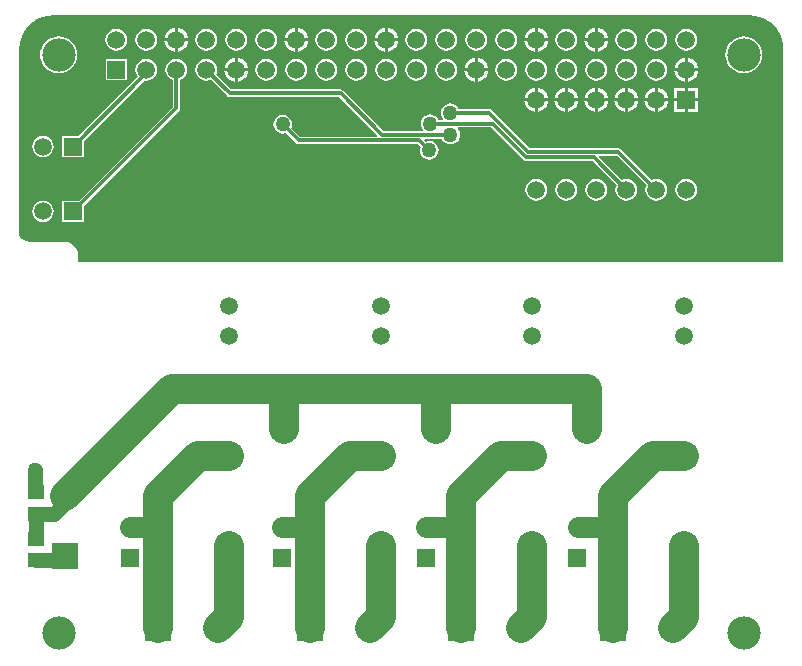
<source format=gbl>
G04 Layer_Physical_Order=2*
G04 Layer_Color=16711680*
%FSLAX25Y25*%
%MOIN*%
G70*
G01*
G75*
%ADD10R,0.05512X0.04724*%
%ADD18C,0.01200*%
%ADD19C,0.05000*%
%ADD22R,0.05906X0.05906*%
%ADD23C,0.05906*%
%ADD24C,0.05906*%
%ADD25R,0.05906X0.05906*%
%ADD26R,0.05906X0.05906*%
%ADD27C,0.09843*%
%ADD28R,0.08858X0.08858*%
%ADD29C,0.08858*%
%ADD30R,0.08858X0.08858*%
%ADD31C,0.11100*%
%ADD32C,0.05000*%
%ADD33C,0.10000*%
%ADD34C,0.07000*%
G36*
X232107Y13046D02*
X233822Y12635D01*
X235451Y11960D01*
X236954Y11039D01*
X238294Y9894D01*
X239439Y8554D01*
X240360Y7051D01*
X241035Y5422D01*
X241446Y3708D01*
X241576Y2061D01*
X241551Y2000D01*
Y-69100D01*
X6549D01*
Y-66900D01*
X6537Y-66870D01*
X6540Y-66850D01*
X6383Y-65662D01*
X5925Y-64555D01*
X5195Y-63605D01*
X4245Y-62875D01*
X3138Y-62417D01*
X2058Y-62275D01*
X2000Y-62251D01*
X-9800D01*
X-9864Y-62277D01*
X-10712Y-62165D01*
X-11514Y-61833D01*
X-12204Y-61304D01*
X-12733Y-60614D01*
X-13065Y-59812D01*
X-13167Y-59040D01*
X-13151Y-59000D01*
Y2000D01*
X-13176Y2061D01*
X-13046Y3708D01*
X-12635Y5422D01*
X-11960Y7051D01*
X-11039Y8554D01*
X-9894Y9894D01*
X-8554Y11039D01*
X-7051Y11960D01*
X-5422Y12635D01*
X-3708Y13046D01*
X-1977Y13183D01*
X-1900Y13151D01*
X230300D01*
X230377Y13183D01*
X232107Y13046D01*
D02*
G37*
%LPC*%
G36*
X58700Y-5500D02*
X55279D01*
X55349Y-6032D01*
X55747Y-6993D01*
X56381Y-7819D01*
X57207Y-8453D01*
X58168Y-8851D01*
X58700Y-8921D01*
Y-5500D01*
D02*
G37*
G36*
X213153Y-11047D02*
X209700D01*
Y-14500D01*
X213153D01*
Y-11047D01*
D02*
G37*
G36*
X208700D02*
X205247D01*
Y-14500D01*
X208700D01*
Y-11047D01*
D02*
G37*
G36*
X143121Y-5500D02*
X139700D01*
Y-8921D01*
X140232Y-8851D01*
X141193Y-8453D01*
X142019Y-7819D01*
X142653Y-6993D01*
X143051Y-6032D01*
X143121Y-5500D01*
D02*
G37*
G36*
X138700D02*
X135279D01*
X135349Y-6032D01*
X135747Y-6993D01*
X136381Y-7819D01*
X137207Y-8453D01*
X138168Y-8851D01*
X138700Y-8921D01*
Y-5500D01*
D02*
G37*
G36*
X63121D02*
X59700D01*
Y-8921D01*
X60232Y-8851D01*
X61193Y-8453D01*
X62019Y-7819D01*
X62653Y-6993D01*
X63051Y-6032D01*
X63121Y-5500D01*
D02*
G37*
G36*
X188700Y-11079D02*
X188168Y-11149D01*
X187207Y-11547D01*
X186381Y-12181D01*
X185747Y-13007D01*
X185349Y-13968D01*
X185279Y-14500D01*
X188700D01*
Y-11079D01*
D02*
G37*
G36*
X179700D02*
Y-14500D01*
X183121D01*
X183051Y-13968D01*
X182653Y-13007D01*
X182019Y-12181D01*
X181193Y-11547D01*
X180232Y-11149D01*
X179700Y-11079D01*
D02*
G37*
G36*
X178700D02*
X178168Y-11149D01*
X177207Y-11547D01*
X176381Y-12181D01*
X175747Y-13007D01*
X175349Y-13968D01*
X175279Y-14500D01*
X178700D01*
Y-11079D01*
D02*
G37*
G36*
X199700D02*
Y-14500D01*
X203121D01*
X203051Y-13968D01*
X202653Y-13007D01*
X202019Y-12181D01*
X201193Y-11547D01*
X200232Y-11149D01*
X199700Y-11079D01*
D02*
G37*
G36*
X198700D02*
X198168Y-11149D01*
X197207Y-11547D01*
X196381Y-12181D01*
X195747Y-13007D01*
X195349Y-13968D01*
X195279Y-14500D01*
X198700D01*
Y-11079D01*
D02*
G37*
G36*
X189700D02*
Y-14500D01*
X193121D01*
X193051Y-13968D01*
X192653Y-13007D01*
X192019Y-12181D01*
X191193Y-11547D01*
X190232Y-11149D01*
X189700Y-11079D01*
D02*
G37*
G36*
X119200Y-1417D02*
X118273Y-1539D01*
X117408Y-1897D01*
X116666Y-2466D01*
X116097Y-3208D01*
X115739Y-4073D01*
X115617Y-5000D01*
X115739Y-5928D01*
X116097Y-6792D01*
X116666Y-7534D01*
X117408Y-8103D01*
X118273Y-8461D01*
X119200Y-8583D01*
X120127Y-8461D01*
X120992Y-8103D01*
X121734Y-7534D01*
X122303Y-6792D01*
X122661Y-5928D01*
X122783Y-5000D01*
X122661Y-4073D01*
X122303Y-3208D01*
X121734Y-2466D01*
X120992Y-1897D01*
X120127Y-1539D01*
X119200Y-1417D01*
D02*
G37*
G36*
X109200D02*
X108273Y-1539D01*
X107408Y-1897D01*
X106666Y-2466D01*
X106097Y-3208D01*
X105739Y-4073D01*
X105617Y-5000D01*
X105739Y-5928D01*
X106097Y-6792D01*
X106666Y-7534D01*
X107408Y-8103D01*
X108273Y-8461D01*
X109200Y-8583D01*
X110127Y-8461D01*
X110992Y-8103D01*
X111734Y-7534D01*
X112303Y-6792D01*
X112661Y-5928D01*
X112783Y-5000D01*
X112661Y-4073D01*
X112303Y-3208D01*
X111734Y-2466D01*
X110992Y-1897D01*
X110127Y-1539D01*
X109200Y-1417D01*
D02*
G37*
G36*
X99200D02*
X98273Y-1539D01*
X97408Y-1897D01*
X96666Y-2466D01*
X96097Y-3208D01*
X95739Y-4073D01*
X95617Y-5000D01*
X95739Y-5928D01*
X96097Y-6792D01*
X96666Y-7534D01*
X97408Y-8103D01*
X98273Y-8461D01*
X99200Y-8583D01*
X100127Y-8461D01*
X100992Y-8103D01*
X101734Y-7534D01*
X102303Y-6792D01*
X102661Y-5928D01*
X102783Y-5000D01*
X102661Y-4073D01*
X102303Y-3208D01*
X101734Y-2466D01*
X100992Y-1897D01*
X100127Y-1539D01*
X99200Y-1417D01*
D02*
G37*
G36*
X159200D02*
X158273Y-1539D01*
X157408Y-1897D01*
X156666Y-2466D01*
X156097Y-3208D01*
X155739Y-4073D01*
X155617Y-5000D01*
X155739Y-5928D01*
X156097Y-6792D01*
X156666Y-7534D01*
X157408Y-8103D01*
X158273Y-8461D01*
X159200Y-8583D01*
X160127Y-8461D01*
X160992Y-8103D01*
X161734Y-7534D01*
X162303Y-6792D01*
X162661Y-5928D01*
X162783Y-5000D01*
X162661Y-4073D01*
X162303Y-3208D01*
X161734Y-2466D01*
X160992Y-1897D01*
X160127Y-1539D01*
X159200Y-1417D01*
D02*
G37*
G36*
X149200D02*
X148273Y-1539D01*
X147408Y-1897D01*
X146666Y-2466D01*
X146097Y-3208D01*
X145739Y-4073D01*
X145617Y-5000D01*
X145739Y-5928D01*
X146097Y-6792D01*
X146666Y-7534D01*
X147408Y-8103D01*
X148273Y-8461D01*
X149200Y-8583D01*
X150127Y-8461D01*
X150992Y-8103D01*
X151734Y-7534D01*
X152303Y-6792D01*
X152661Y-5928D01*
X152783Y-5000D01*
X152661Y-4073D01*
X152303Y-3208D01*
X151734Y-2466D01*
X150992Y-1897D01*
X150127Y-1539D01*
X149200Y-1417D01*
D02*
G37*
G36*
X129200D02*
X128273Y-1539D01*
X127408Y-1897D01*
X126666Y-2466D01*
X126097Y-3208D01*
X125739Y-4073D01*
X125617Y-5000D01*
X125739Y-5928D01*
X126097Y-6792D01*
X126666Y-7534D01*
X127408Y-8103D01*
X128273Y-8461D01*
X129200Y-8583D01*
X130127Y-8461D01*
X130992Y-8103D01*
X131734Y-7534D01*
X132303Y-6792D01*
X132661Y-5928D01*
X132783Y-5000D01*
X132661Y-4073D01*
X132303Y-3208D01*
X131734Y-2466D01*
X130992Y-1897D01*
X130127Y-1539D01*
X129200Y-1417D01*
D02*
G37*
G36*
X29200D02*
X28273Y-1539D01*
X27408Y-1897D01*
X26666Y-2466D01*
X26097Y-3208D01*
X25739Y-4073D01*
X25617Y-5000D01*
X25739Y-5928D01*
X26097Y-6792D01*
X26436Y-7234D01*
X6622Y-27047D01*
X1247D01*
Y-34153D01*
X8353D01*
Y-28778D01*
X28623Y-8507D01*
X29200Y-8583D01*
X30127Y-8461D01*
X30992Y-8103D01*
X31734Y-7534D01*
X32303Y-6792D01*
X32661Y-5928D01*
X32783Y-5000D01*
X32661Y-4073D01*
X32303Y-3208D01*
X31734Y-2466D01*
X30992Y-1897D01*
X30127Y-1539D01*
X29200Y-1417D01*
D02*
G37*
G36*
X213121Y-5500D02*
X209700D01*
Y-8921D01*
X210232Y-8851D01*
X211193Y-8453D01*
X212019Y-7819D01*
X212653Y-6993D01*
X213051Y-6032D01*
X213121Y-5500D01*
D02*
G37*
G36*
X208700D02*
X205279D01*
X205349Y-6032D01*
X205747Y-6993D01*
X206381Y-7819D01*
X207207Y-8453D01*
X208168Y-8851D01*
X208700Y-8921D01*
Y-5500D01*
D02*
G37*
G36*
X89200Y-1417D02*
X88273Y-1539D01*
X87408Y-1897D01*
X86666Y-2466D01*
X86097Y-3208D01*
X85739Y-4073D01*
X85617Y-5000D01*
X85739Y-5928D01*
X86097Y-6792D01*
X86666Y-7534D01*
X87408Y-8103D01*
X88273Y-8461D01*
X89200Y-8583D01*
X90127Y-8461D01*
X90992Y-8103D01*
X91734Y-7534D01*
X92303Y-6792D01*
X92661Y-5928D01*
X92783Y-5000D01*
X92661Y-4073D01*
X92303Y-3208D01*
X91734Y-2466D01*
X90992Y-1897D01*
X90127Y-1539D01*
X89200Y-1417D01*
D02*
G37*
G36*
X79200D02*
X78273Y-1539D01*
X77408Y-1897D01*
X76666Y-2466D01*
X76097Y-3208D01*
X75739Y-4073D01*
X75617Y-5000D01*
X75739Y-5928D01*
X76097Y-6792D01*
X76666Y-7534D01*
X77408Y-8103D01*
X78273Y-8461D01*
X79200Y-8583D01*
X80127Y-8461D01*
X80992Y-8103D01*
X81734Y-7534D01*
X82303Y-6792D01*
X82661Y-5928D01*
X82783Y-5000D01*
X82661Y-4073D01*
X82303Y-3208D01*
X81734Y-2466D01*
X80992Y-1897D01*
X80127Y-1539D01*
X79200Y-1417D01*
D02*
G37*
G36*
X69200D02*
X68273Y-1539D01*
X67408Y-1897D01*
X66666Y-2466D01*
X66097Y-3208D01*
X65739Y-4073D01*
X65617Y-5000D01*
X65739Y-5928D01*
X66097Y-6792D01*
X66666Y-7534D01*
X67408Y-8103D01*
X68273Y-8461D01*
X69200Y-8583D01*
X70127Y-8461D01*
X70992Y-8103D01*
X71734Y-7534D01*
X72303Y-6792D01*
X72661Y-5928D01*
X72783Y-5000D01*
X72661Y-4073D01*
X72303Y-3208D01*
X71734Y-2466D01*
X70992Y-1897D01*
X70127Y-1539D01*
X69200Y-1417D01*
D02*
G37*
G36*
X208700Y-15500D02*
X205247D01*
Y-18953D01*
X208700D01*
Y-15500D01*
D02*
G37*
G36*
X49200Y-1417D02*
X48273Y-1539D01*
X47408Y-1897D01*
X46666Y-2466D01*
X46097Y-3208D01*
X45739Y-4073D01*
X45617Y-5000D01*
X45739Y-5928D01*
X46097Y-6792D01*
X46666Y-7534D01*
X47408Y-8103D01*
X48273Y-8461D01*
X49200Y-8583D01*
X50127Y-8461D01*
X50696Y-8226D01*
X56135Y-13665D01*
X56532Y-13930D01*
X57000Y-14024D01*
X93493D01*
X106284Y-26815D01*
X106093Y-27277D01*
X80507D01*
X77579Y-24349D01*
X77720Y-24009D01*
X77827Y-23200D01*
X77720Y-22391D01*
X77408Y-21637D01*
X76911Y-20989D01*
X76263Y-20492D01*
X75509Y-20180D01*
X74700Y-20073D01*
X73891Y-20180D01*
X73137Y-20492D01*
X72489Y-20989D01*
X71992Y-21637D01*
X71680Y-22391D01*
X71573Y-23200D01*
X71680Y-24009D01*
X71992Y-24763D01*
X72489Y-25411D01*
X73137Y-25908D01*
X73891Y-26220D01*
X74700Y-26327D01*
X75509Y-26220D01*
X75849Y-26079D01*
X79135Y-29365D01*
X79532Y-29630D01*
X80000Y-29724D01*
X119693D01*
X120621Y-30651D01*
X120480Y-30991D01*
X120373Y-31800D01*
X120480Y-32609D01*
X120792Y-33363D01*
X121289Y-34011D01*
X121937Y-34508D01*
X122691Y-34820D01*
X123500Y-34927D01*
X124309Y-34820D01*
X125063Y-34508D01*
X125711Y-34011D01*
X126208Y-33363D01*
X126520Y-32609D01*
X126627Y-31800D01*
X126520Y-30991D01*
X126208Y-30237D01*
X125711Y-29589D01*
X125063Y-29092D01*
X124309Y-28780D01*
X123500Y-28673D01*
X122691Y-28780D01*
X122351Y-28921D01*
X121816Y-28385D01*
X122007Y-27924D01*
X127751D01*
X127892Y-28263D01*
X128389Y-28911D01*
X129037Y-29408D01*
X129791Y-29720D01*
X130600Y-29827D01*
X131409Y-29720D01*
X132163Y-29408D01*
X132811Y-28911D01*
X133308Y-28263D01*
X133620Y-27509D01*
X133727Y-26700D01*
X133620Y-25891D01*
X133308Y-25137D01*
X132991Y-24724D01*
X133237Y-24224D01*
X144148D01*
X154989Y-35065D01*
X155386Y-35330D01*
X155854Y-35423D01*
X177893D01*
X185974Y-43504D01*
X185739Y-44073D01*
X185617Y-45000D01*
X185739Y-45927D01*
X186097Y-46792D01*
X186666Y-47534D01*
X187408Y-48103D01*
X188273Y-48461D01*
X189200Y-48583D01*
X190127Y-48461D01*
X190992Y-48103D01*
X191734Y-47534D01*
X192303Y-46792D01*
X192661Y-45927D01*
X192783Y-45000D01*
X192661Y-44073D01*
X192303Y-43208D01*
X191734Y-42466D01*
X190992Y-41897D01*
X190127Y-41539D01*
X189200Y-41417D01*
X188273Y-41539D01*
X187704Y-41774D01*
X180016Y-34085D01*
X180207Y-33623D01*
X186093D01*
X195974Y-43504D01*
X195739Y-44073D01*
X195617Y-45000D01*
X195739Y-45927D01*
X196097Y-46792D01*
X196666Y-47534D01*
X197408Y-48103D01*
X198273Y-48461D01*
X199200Y-48583D01*
X200127Y-48461D01*
X200992Y-48103D01*
X201734Y-47534D01*
X202303Y-46792D01*
X202661Y-45927D01*
X202783Y-45000D01*
X202661Y-44073D01*
X202303Y-43208D01*
X201734Y-42466D01*
X200992Y-41897D01*
X200127Y-41539D01*
X199200Y-41417D01*
X198273Y-41539D01*
X197704Y-41774D01*
X187465Y-31535D01*
X187068Y-31270D01*
X186600Y-31176D01*
X157107D01*
X144365Y-18435D01*
X143968Y-18170D01*
X143500Y-18077D01*
X133349D01*
X133208Y-17737D01*
X132711Y-17089D01*
X132063Y-16592D01*
X131309Y-16280D01*
X130500Y-16173D01*
X129691Y-16280D01*
X128937Y-16592D01*
X128289Y-17089D01*
X127792Y-17737D01*
X127480Y-18491D01*
X127373Y-19300D01*
X127480Y-20109D01*
X127792Y-20863D01*
X128109Y-21276D01*
X127863Y-21777D01*
X126649D01*
X126508Y-21437D01*
X126011Y-20789D01*
X125363Y-20292D01*
X124609Y-19980D01*
X123800Y-19873D01*
X122991Y-19980D01*
X122237Y-20292D01*
X121589Y-20789D01*
X121092Y-21437D01*
X120780Y-22191D01*
X120673Y-23000D01*
X120780Y-23809D01*
X121092Y-24563D01*
X121409Y-24976D01*
X121163Y-25477D01*
X108407D01*
X94865Y-11935D01*
X94468Y-11670D01*
X94000Y-11576D01*
X57507D01*
X52426Y-6496D01*
X52661Y-5928D01*
X52783Y-5000D01*
X52661Y-4073D01*
X52303Y-3208D01*
X51734Y-2466D01*
X50992Y-1897D01*
X50127Y-1539D01*
X49200Y-1417D01*
D02*
G37*
G36*
X-5200Y-27017D02*
X-6128Y-27139D01*
X-6992Y-27497D01*
X-7734Y-28066D01*
X-8303Y-28808D01*
X-8661Y-29673D01*
X-8783Y-30600D01*
X-8661Y-31527D01*
X-8303Y-32392D01*
X-7734Y-33134D01*
X-6992Y-33703D01*
X-6128Y-34061D01*
X-5200Y-34183D01*
X-4273Y-34061D01*
X-3408Y-33703D01*
X-2666Y-33134D01*
X-2097Y-32392D01*
X-1739Y-31527D01*
X-1617Y-30600D01*
X-1739Y-29673D01*
X-2097Y-28808D01*
X-2666Y-28066D01*
X-3408Y-27497D01*
X-4273Y-27139D01*
X-5200Y-27017D01*
D02*
G37*
G36*
X163121Y-15500D02*
X159700D01*
Y-18921D01*
X160232Y-18851D01*
X161193Y-18453D01*
X162019Y-17819D01*
X162653Y-16993D01*
X163051Y-16032D01*
X163121Y-15500D01*
D02*
G37*
G36*
X158700D02*
X155279D01*
X155349Y-16032D01*
X155747Y-16993D01*
X156381Y-17819D01*
X157207Y-18453D01*
X158168Y-18851D01*
X158700Y-18921D01*
Y-15500D01*
D02*
G37*
G36*
X213153D02*
X209700D01*
Y-18953D01*
X213153D01*
Y-15500D01*
D02*
G37*
G36*
X159200Y-41417D02*
X158273Y-41539D01*
X157408Y-41897D01*
X156666Y-42466D01*
X156097Y-43208D01*
X155739Y-44073D01*
X155617Y-45000D01*
X155739Y-45927D01*
X156097Y-46792D01*
X156666Y-47534D01*
X157408Y-48103D01*
X158273Y-48461D01*
X159200Y-48583D01*
X160127Y-48461D01*
X160992Y-48103D01*
X161734Y-47534D01*
X162303Y-46792D01*
X162661Y-45927D01*
X162783Y-45000D01*
X162661Y-44073D01*
X162303Y-43208D01*
X161734Y-42466D01*
X160992Y-41897D01*
X160127Y-41539D01*
X159200Y-41417D01*
D02*
G37*
G36*
X39200Y-1417D02*
X38273Y-1539D01*
X37408Y-1897D01*
X36666Y-2466D01*
X36097Y-3208D01*
X35739Y-4073D01*
X35617Y-5000D01*
X35739Y-5928D01*
X36097Y-6792D01*
X36666Y-7534D01*
X37408Y-8103D01*
X37977Y-8339D01*
Y-17293D01*
X6622Y-48647D01*
X1247D01*
Y-55753D01*
X8353D01*
Y-50378D01*
X40065Y-18665D01*
X40330Y-18268D01*
X40424Y-17800D01*
Y-8339D01*
X40992Y-8103D01*
X41734Y-7534D01*
X42303Y-6792D01*
X42661Y-5928D01*
X42783Y-5000D01*
X42661Y-4073D01*
X42303Y-3208D01*
X41734Y-2466D01*
X40992Y-1897D01*
X40127Y-1539D01*
X39200Y-1417D01*
D02*
G37*
G36*
X-5200Y-48617D02*
X-6128Y-48739D01*
X-6992Y-49097D01*
X-7734Y-49666D01*
X-8303Y-50408D01*
X-8661Y-51273D01*
X-8783Y-52200D01*
X-8661Y-53127D01*
X-8303Y-53992D01*
X-7734Y-54734D01*
X-6992Y-55303D01*
X-6128Y-55661D01*
X-5200Y-55783D01*
X-4273Y-55661D01*
X-3408Y-55303D01*
X-2666Y-54734D01*
X-2097Y-53992D01*
X-1739Y-53127D01*
X-1617Y-52200D01*
X-1739Y-51273D01*
X-2097Y-50408D01*
X-2666Y-49666D01*
X-3408Y-49097D01*
X-4273Y-48739D01*
X-5200Y-48617D01*
D02*
G37*
G36*
X209200Y-41417D02*
X208273Y-41539D01*
X207408Y-41897D01*
X206666Y-42466D01*
X206097Y-43208D01*
X205739Y-44073D01*
X205617Y-45000D01*
X205739Y-45927D01*
X206097Y-46792D01*
X206666Y-47534D01*
X207408Y-48103D01*
X208273Y-48461D01*
X209200Y-48583D01*
X210127Y-48461D01*
X210992Y-48103D01*
X211734Y-47534D01*
X212303Y-46792D01*
X212661Y-45927D01*
X212783Y-45000D01*
X212661Y-44073D01*
X212303Y-43208D01*
X211734Y-42466D01*
X210992Y-41897D01*
X210127Y-41539D01*
X209200Y-41417D01*
D02*
G37*
G36*
X179200D02*
X178273Y-41539D01*
X177408Y-41897D01*
X176666Y-42466D01*
X176097Y-43208D01*
X175739Y-44073D01*
X175617Y-45000D01*
X175739Y-45927D01*
X176097Y-46792D01*
X176666Y-47534D01*
X177408Y-48103D01*
X178273Y-48461D01*
X179200Y-48583D01*
X180127Y-48461D01*
X180992Y-48103D01*
X181734Y-47534D01*
X182303Y-46792D01*
X182661Y-45927D01*
X182783Y-45000D01*
X182661Y-44073D01*
X182303Y-43208D01*
X181734Y-42466D01*
X180992Y-41897D01*
X180127Y-41539D01*
X179200Y-41417D01*
D02*
G37*
G36*
X169200D02*
X168273Y-41539D01*
X167408Y-41897D01*
X166666Y-42466D01*
X166097Y-43208D01*
X165739Y-44073D01*
X165617Y-45000D01*
X165739Y-45927D01*
X166097Y-46792D01*
X166666Y-47534D01*
X167408Y-48103D01*
X168273Y-48461D01*
X169200Y-48583D01*
X170127Y-48461D01*
X170992Y-48103D01*
X171734Y-47534D01*
X172303Y-46792D01*
X172661Y-45927D01*
X172783Y-45000D01*
X172661Y-44073D01*
X172303Y-43208D01*
X171734Y-42466D01*
X170992Y-41897D01*
X170127Y-41539D01*
X169200Y-41417D01*
D02*
G37*
G36*
X158700Y-11079D02*
X158168Y-11149D01*
X157207Y-11547D01*
X156381Y-12181D01*
X155747Y-13007D01*
X155349Y-13968D01*
X155279Y-14500D01*
X158700D01*
Y-11079D01*
D02*
G37*
G36*
X203121Y-15500D02*
X199700D01*
Y-18921D01*
X200232Y-18851D01*
X201193Y-18453D01*
X202019Y-17819D01*
X202653Y-16993D01*
X203051Y-16032D01*
X203121Y-15500D01*
D02*
G37*
G36*
X198700D02*
X195279D01*
X195349Y-16032D01*
X195747Y-16993D01*
X196381Y-17819D01*
X197207Y-18453D01*
X198168Y-18851D01*
X198700Y-18921D01*
Y-15500D01*
D02*
G37*
G36*
X169700Y-11079D02*
Y-14500D01*
X173121D01*
X173051Y-13968D01*
X172653Y-13007D01*
X172019Y-12181D01*
X171193Y-11547D01*
X170232Y-11149D01*
X169700Y-11079D01*
D02*
G37*
G36*
X168700D02*
X168168Y-11149D01*
X167207Y-11547D01*
X166381Y-12181D01*
X165747Y-13007D01*
X165349Y-13968D01*
X165279Y-14500D01*
X168700D01*
Y-11079D01*
D02*
G37*
G36*
X159700D02*
Y-14500D01*
X163121D01*
X163051Y-13968D01*
X162653Y-13007D01*
X162019Y-12181D01*
X161193Y-11547D01*
X160232Y-11149D01*
X159700Y-11079D01*
D02*
G37*
G36*
X178700Y-15500D02*
X175279D01*
X175349Y-16032D01*
X175747Y-16993D01*
X176381Y-17819D01*
X177207Y-18453D01*
X178168Y-18851D01*
X178700Y-18921D01*
Y-15500D01*
D02*
G37*
G36*
X173121D02*
X169700D01*
Y-18921D01*
X170232Y-18851D01*
X171193Y-18453D01*
X172019Y-17819D01*
X172653Y-16993D01*
X173051Y-16032D01*
X173121Y-15500D01*
D02*
G37*
G36*
X168700D02*
X165279D01*
X165349Y-16032D01*
X165747Y-16993D01*
X166381Y-17819D01*
X167207Y-18453D01*
X168168Y-18851D01*
X168700Y-18921D01*
Y-15500D01*
D02*
G37*
G36*
X193121D02*
X189700D01*
Y-18921D01*
X190232Y-18851D01*
X191193Y-18453D01*
X192019Y-17819D01*
X192653Y-16993D01*
X193051Y-16032D01*
X193121Y-15500D01*
D02*
G37*
G36*
X188700D02*
X185279D01*
X185349Y-16032D01*
X185747Y-16993D01*
X186381Y-17819D01*
X187207Y-18453D01*
X188168Y-18851D01*
X188700Y-18921D01*
Y-15500D01*
D02*
G37*
G36*
X183121D02*
X179700D01*
Y-18921D01*
X180232Y-18851D01*
X181193Y-18453D01*
X182019Y-17819D01*
X182653Y-16993D01*
X183051Y-16032D01*
X183121Y-15500D01*
D02*
G37*
G36*
X139200Y8583D02*
X138273Y8461D01*
X137408Y8103D01*
X136666Y7534D01*
X136097Y6792D01*
X135739Y5928D01*
X135617Y5000D01*
X135739Y4073D01*
X136097Y3208D01*
X136666Y2466D01*
X137408Y1897D01*
X138273Y1539D01*
X139200Y1417D01*
X140127Y1539D01*
X140992Y1897D01*
X141734Y2466D01*
X142303Y3208D01*
X142661Y4073D01*
X142783Y5000D01*
X142661Y5928D01*
X142303Y6792D01*
X141734Y7534D01*
X140992Y8103D01*
X140127Y8461D01*
X139200Y8583D01*
D02*
G37*
G36*
X129200D02*
X128273Y8461D01*
X127408Y8103D01*
X126666Y7534D01*
X126097Y6792D01*
X125739Y5928D01*
X125617Y5000D01*
X125739Y4073D01*
X126097Y3208D01*
X126666Y2466D01*
X127408Y1897D01*
X128273Y1539D01*
X129200Y1417D01*
X130127Y1539D01*
X130992Y1897D01*
X131734Y2466D01*
X132303Y3208D01*
X132661Y4073D01*
X132783Y5000D01*
X132661Y5928D01*
X132303Y6792D01*
X131734Y7534D01*
X130992Y8103D01*
X130127Y8461D01*
X129200Y8583D01*
D02*
G37*
G36*
X119200D02*
X118273Y8461D01*
X117408Y8103D01*
X116666Y7534D01*
X116097Y6792D01*
X115739Y5928D01*
X115617Y5000D01*
X115739Y4073D01*
X116097Y3208D01*
X116666Y2466D01*
X117408Y1897D01*
X118273Y1539D01*
X119200Y1417D01*
X120127Y1539D01*
X120992Y1897D01*
X121734Y2466D01*
X122303Y3208D01*
X122661Y4073D01*
X122783Y5000D01*
X122661Y5928D01*
X122303Y6792D01*
X121734Y7534D01*
X120992Y8103D01*
X120127Y8461D01*
X119200Y8583D01*
D02*
G37*
G36*
X189200D02*
X188273Y8461D01*
X187408Y8103D01*
X186666Y7534D01*
X186097Y6792D01*
X185739Y5928D01*
X185617Y5000D01*
X185739Y4073D01*
X186097Y3208D01*
X186666Y2466D01*
X187408Y1897D01*
X188273Y1539D01*
X189200Y1417D01*
X190127Y1539D01*
X190992Y1897D01*
X191734Y2466D01*
X192303Y3208D01*
X192661Y4073D01*
X192783Y5000D01*
X192661Y5928D01*
X192303Y6792D01*
X191734Y7534D01*
X190992Y8103D01*
X190127Y8461D01*
X189200Y8583D01*
D02*
G37*
G36*
X169200D02*
X168273Y8461D01*
X167408Y8103D01*
X166666Y7534D01*
X166097Y6792D01*
X165739Y5928D01*
X165617Y5000D01*
X165739Y4073D01*
X166097Y3208D01*
X166666Y2466D01*
X167408Y1897D01*
X168273Y1539D01*
X169200Y1417D01*
X170127Y1539D01*
X170992Y1897D01*
X171734Y2466D01*
X172303Y3208D01*
X172661Y4073D01*
X172783Y5000D01*
X172661Y5928D01*
X172303Y6792D01*
X171734Y7534D01*
X170992Y8103D01*
X170127Y8461D01*
X169200Y8583D01*
D02*
G37*
G36*
X149200D02*
X148273Y8461D01*
X147408Y8103D01*
X146666Y7534D01*
X146097Y6792D01*
X145739Y5928D01*
X145617Y5000D01*
X145739Y4073D01*
X146097Y3208D01*
X146666Y2466D01*
X147408Y1897D01*
X148273Y1539D01*
X149200Y1417D01*
X150127Y1539D01*
X150992Y1897D01*
X151734Y2466D01*
X152303Y3208D01*
X152661Y4073D01*
X152783Y5000D01*
X152661Y5928D01*
X152303Y6792D01*
X151734Y7534D01*
X150992Y8103D01*
X150127Y8461D01*
X149200Y8583D01*
D02*
G37*
G36*
X59200D02*
X58273Y8461D01*
X57408Y8103D01*
X56666Y7534D01*
X56097Y6792D01*
X55739Y5928D01*
X55617Y5000D01*
X55739Y4073D01*
X56097Y3208D01*
X56666Y2466D01*
X57408Y1897D01*
X58273Y1539D01*
X59200Y1417D01*
X60127Y1539D01*
X60992Y1897D01*
X61734Y2466D01*
X62303Y3208D01*
X62661Y4073D01*
X62783Y5000D01*
X62661Y5928D01*
X62303Y6792D01*
X61734Y7534D01*
X60992Y8103D01*
X60127Y8461D01*
X59200Y8583D01*
D02*
G37*
G36*
X49200D02*
X48273Y8461D01*
X47408Y8103D01*
X46666Y7534D01*
X46097Y6792D01*
X45739Y5928D01*
X45617Y5000D01*
X45739Y4073D01*
X46097Y3208D01*
X46666Y2466D01*
X47408Y1897D01*
X48273Y1539D01*
X49200Y1417D01*
X50127Y1539D01*
X50992Y1897D01*
X51734Y2466D01*
X52303Y3208D01*
X52661Y4073D01*
X52783Y5000D01*
X52661Y5928D01*
X52303Y6792D01*
X51734Y7534D01*
X50992Y8103D01*
X50127Y8461D01*
X49200Y8583D01*
D02*
G37*
G36*
X29200D02*
X28273Y8461D01*
X27408Y8103D01*
X26666Y7534D01*
X26097Y6792D01*
X25739Y5928D01*
X25617Y5000D01*
X25739Y4073D01*
X26097Y3208D01*
X26666Y2466D01*
X27408Y1897D01*
X28273Y1539D01*
X29200Y1417D01*
X30127Y1539D01*
X30992Y1897D01*
X31734Y2466D01*
X32303Y3208D01*
X32661Y4073D01*
X32783Y5000D01*
X32661Y5928D01*
X32303Y6792D01*
X31734Y7534D01*
X30992Y8103D01*
X30127Y8461D01*
X29200Y8583D01*
D02*
G37*
G36*
X99200D02*
X98273Y8461D01*
X97408Y8103D01*
X96666Y7534D01*
X96097Y6792D01*
X95739Y5928D01*
X95617Y5000D01*
X95739Y4073D01*
X96097Y3208D01*
X96666Y2466D01*
X97408Y1897D01*
X98273Y1539D01*
X99200Y1417D01*
X100127Y1539D01*
X100992Y1897D01*
X101734Y2466D01*
X102303Y3208D01*
X102661Y4073D01*
X102783Y5000D01*
X102661Y5928D01*
X102303Y6792D01*
X101734Y7534D01*
X100992Y8103D01*
X100127Y8461D01*
X99200Y8583D01*
D02*
G37*
G36*
X89200D02*
X88273Y8461D01*
X87408Y8103D01*
X86666Y7534D01*
X86097Y6792D01*
X85739Y5928D01*
X85617Y5000D01*
X85739Y4073D01*
X86097Y3208D01*
X86666Y2466D01*
X87408Y1897D01*
X88273Y1539D01*
X89200Y1417D01*
X90127Y1539D01*
X90992Y1897D01*
X91734Y2466D01*
X92303Y3208D01*
X92661Y4073D01*
X92783Y5000D01*
X92661Y5928D01*
X92303Y6792D01*
X91734Y7534D01*
X90992Y8103D01*
X90127Y8461D01*
X89200Y8583D01*
D02*
G37*
G36*
X69200D02*
X68273Y8461D01*
X67408Y8103D01*
X66666Y7534D01*
X66097Y6792D01*
X65739Y5928D01*
X65617Y5000D01*
X65739Y4073D01*
X66097Y3208D01*
X66666Y2466D01*
X67408Y1897D01*
X68273Y1539D01*
X69200Y1417D01*
X70127Y1539D01*
X70992Y1897D01*
X71734Y2466D01*
X72303Y3208D01*
X72661Y4073D01*
X72783Y5000D01*
X72661Y5928D01*
X72303Y6792D01*
X71734Y7534D01*
X70992Y8103D01*
X70127Y8461D01*
X69200Y8583D01*
D02*
G37*
G36*
X158700Y8921D02*
X158168Y8851D01*
X157207Y8453D01*
X156381Y7819D01*
X155747Y6993D01*
X155349Y6032D01*
X155279Y5500D01*
X158700D01*
Y8921D01*
D02*
G37*
G36*
X109700D02*
Y5500D01*
X113121D01*
X113051Y6032D01*
X112653Y6993D01*
X112019Y7819D01*
X111193Y8453D01*
X110232Y8851D01*
X109700Y8921D01*
D02*
G37*
G36*
X108700D02*
X108168Y8851D01*
X107207Y8453D01*
X106381Y7819D01*
X105747Y6993D01*
X105349Y6032D01*
X105279Y5500D01*
X108700D01*
Y8921D01*
D02*
G37*
G36*
X179700D02*
Y5500D01*
X183121D01*
X183051Y6032D01*
X182653Y6993D01*
X182019Y7819D01*
X181193Y8453D01*
X180232Y8851D01*
X179700Y8921D01*
D02*
G37*
G36*
X178700D02*
X178168Y8851D01*
X177207Y8453D01*
X176381Y7819D01*
X175747Y6993D01*
X175349Y6032D01*
X175279Y5500D01*
X178700D01*
Y8921D01*
D02*
G37*
G36*
X159700D02*
Y5500D01*
X163121D01*
X163051Y6032D01*
X162653Y6993D01*
X162019Y7819D01*
X161193Y8453D01*
X160232Y8851D01*
X159700Y8921D01*
D02*
G37*
G36*
X38700D02*
X38168Y8851D01*
X37207Y8453D01*
X36381Y7819D01*
X35747Y6993D01*
X35349Y6032D01*
X35279Y5500D01*
X38700D01*
Y8921D01*
D02*
G37*
G36*
X209200Y8583D02*
X208273Y8461D01*
X207408Y8103D01*
X206666Y7534D01*
X206097Y6792D01*
X205739Y5928D01*
X205617Y5000D01*
X205739Y4073D01*
X206097Y3208D01*
X206666Y2466D01*
X207408Y1897D01*
X208273Y1539D01*
X209200Y1417D01*
X210127Y1539D01*
X210992Y1897D01*
X211734Y2466D01*
X212303Y3208D01*
X212661Y4073D01*
X212783Y5000D01*
X212661Y5928D01*
X212303Y6792D01*
X211734Y7534D01*
X210992Y8103D01*
X210127Y8461D01*
X209200Y8583D01*
D02*
G37*
G36*
X199200D02*
X198273Y8461D01*
X197408Y8103D01*
X196666Y7534D01*
X196097Y6792D01*
X195739Y5928D01*
X195617Y5000D01*
X195739Y4073D01*
X196097Y3208D01*
X196666Y2466D01*
X197408Y1897D01*
X198273Y1539D01*
X199200Y1417D01*
X200127Y1539D01*
X200992Y1897D01*
X201734Y2466D01*
X202303Y3208D01*
X202661Y4073D01*
X202783Y5000D01*
X202661Y5928D01*
X202303Y6792D01*
X201734Y7534D01*
X200992Y8103D01*
X200127Y8461D01*
X199200Y8583D01*
D02*
G37*
G36*
X79700Y8921D02*
Y5500D01*
X83121D01*
X83051Y6032D01*
X82653Y6993D01*
X82019Y7819D01*
X81193Y8453D01*
X80232Y8851D01*
X79700Y8921D01*
D02*
G37*
G36*
X78700D02*
X78168Y8851D01*
X77207Y8453D01*
X76381Y7819D01*
X75747Y6993D01*
X75349Y6032D01*
X75279Y5500D01*
X78700D01*
Y8921D01*
D02*
G37*
G36*
X39700D02*
Y5500D01*
X43121D01*
X43051Y6032D01*
X42653Y6993D01*
X42019Y7819D01*
X41193Y8453D01*
X40232Y8851D01*
X39700Y8921D01*
D02*
G37*
G36*
X59700Y-1079D02*
Y-4500D01*
X63121D01*
X63051Y-3968D01*
X62653Y-3007D01*
X62019Y-2181D01*
X61193Y-1547D01*
X60232Y-1149D01*
X59700Y-1079D01*
D02*
G37*
G36*
X58700D02*
X58168Y-1149D01*
X57207Y-1547D01*
X56381Y-2181D01*
X55747Y-3007D01*
X55349Y-3968D01*
X55279Y-4500D01*
X58700D01*
Y-1079D01*
D02*
G37*
G36*
X228400Y6180D02*
X227194Y6061D01*
X226035Y5709D01*
X224967Y5138D01*
X224030Y4370D01*
X223262Y3433D01*
X222691Y2365D01*
X222339Y1206D01*
X222220Y0D01*
X222339Y-1206D01*
X222691Y-2365D01*
X223262Y-3433D01*
X224030Y-4370D01*
X224967Y-5138D01*
X226035Y-5709D01*
X227194Y-6061D01*
X228400Y-6180D01*
X229606Y-6061D01*
X230765Y-5709D01*
X231833Y-5138D01*
X232770Y-4370D01*
X233538Y-3433D01*
X234109Y-2365D01*
X234461Y-1206D01*
X234580Y0D01*
X234461Y1206D01*
X234109Y2365D01*
X233538Y3433D01*
X232770Y4370D01*
X231833Y5138D01*
X230765Y5709D01*
X229606Y6061D01*
X228400Y6180D01*
D02*
G37*
G36*
X208700Y-1079D02*
X208168Y-1149D01*
X207207Y-1547D01*
X206381Y-2181D01*
X205747Y-3007D01*
X205349Y-3968D01*
X205279Y-4500D01*
X208700D01*
Y-1079D01*
D02*
G37*
G36*
X139700D02*
Y-4500D01*
X143121D01*
X143051Y-3968D01*
X142653Y-3007D01*
X142019Y-2181D01*
X141193Y-1547D01*
X140232Y-1149D01*
X139700Y-1079D01*
D02*
G37*
G36*
X138700D02*
X138168Y-1149D01*
X137207Y-1547D01*
X136381Y-2181D01*
X135747Y-3007D01*
X135349Y-3968D01*
X135279Y-4500D01*
X138700D01*
Y-1079D01*
D02*
G37*
G36*
X189200Y-1417D02*
X188273Y-1539D01*
X187408Y-1897D01*
X186666Y-2466D01*
X186097Y-3208D01*
X185739Y-4073D01*
X185617Y-5000D01*
X185739Y-5928D01*
X186097Y-6792D01*
X186666Y-7534D01*
X187408Y-8103D01*
X188273Y-8461D01*
X189200Y-8583D01*
X190127Y-8461D01*
X190992Y-8103D01*
X191734Y-7534D01*
X192303Y-6792D01*
X192661Y-5928D01*
X192783Y-5000D01*
X192661Y-4073D01*
X192303Y-3208D01*
X191734Y-2466D01*
X190992Y-1897D01*
X190127Y-1539D01*
X189200Y-1417D01*
D02*
G37*
G36*
X179200D02*
X178273Y-1539D01*
X177408Y-1897D01*
X176666Y-2466D01*
X176097Y-3208D01*
X175739Y-4073D01*
X175617Y-5000D01*
X175739Y-5928D01*
X176097Y-6792D01*
X176666Y-7534D01*
X177408Y-8103D01*
X178273Y-8461D01*
X179200Y-8583D01*
X180127Y-8461D01*
X180992Y-8103D01*
X181734Y-7534D01*
X182303Y-6792D01*
X182661Y-5928D01*
X182783Y-5000D01*
X182661Y-4073D01*
X182303Y-3208D01*
X181734Y-2466D01*
X180992Y-1897D01*
X180127Y-1539D01*
X179200Y-1417D01*
D02*
G37*
G36*
X169200D02*
X168273Y-1539D01*
X167408Y-1897D01*
X166666Y-2466D01*
X166097Y-3208D01*
X165739Y-4073D01*
X165617Y-5000D01*
X165739Y-5928D01*
X166097Y-6792D01*
X166666Y-7534D01*
X167408Y-8103D01*
X168273Y-8461D01*
X169200Y-8583D01*
X170127Y-8461D01*
X170992Y-8103D01*
X171734Y-7534D01*
X172303Y-6792D01*
X172661Y-5928D01*
X172783Y-5000D01*
X172661Y-4073D01*
X172303Y-3208D01*
X171734Y-2466D01*
X170992Y-1897D01*
X170127Y-1539D01*
X169200Y-1417D01*
D02*
G37*
G36*
X0Y6180D02*
X-1206Y6061D01*
X-2365Y5709D01*
X-3433Y5138D01*
X-4370Y4370D01*
X-5138Y3433D01*
X-5709Y2365D01*
X-6061Y1206D01*
X-6180Y0D01*
X-6061Y-1206D01*
X-5709Y-2365D01*
X-5138Y-3433D01*
X-4370Y-4370D01*
X-3433Y-5138D01*
X-2365Y-5709D01*
X-1206Y-6061D01*
X0Y-6180D01*
X1206Y-6061D01*
X2365Y-5709D01*
X3433Y-5138D01*
X4370Y-4370D01*
X5138Y-3433D01*
X5709Y-2365D01*
X6061Y-1206D01*
X6180Y0D01*
X6061Y1206D01*
X5709Y2365D01*
X5138Y3433D01*
X4370Y4370D01*
X3433Y5138D01*
X2365Y5709D01*
X1206Y6061D01*
X0Y6180D01*
D02*
G37*
G36*
X22753Y-1447D02*
X15647D01*
Y-8553D01*
X22753D01*
Y-1447D01*
D02*
G37*
G36*
X199200Y-1417D02*
X198273Y-1539D01*
X197408Y-1897D01*
X196666Y-2466D01*
X196097Y-3208D01*
X195739Y-4073D01*
X195617Y-5000D01*
X195739Y-5928D01*
X196097Y-6792D01*
X196666Y-7534D01*
X197408Y-8103D01*
X198273Y-8461D01*
X199200Y-8583D01*
X200127Y-8461D01*
X200992Y-8103D01*
X201734Y-7534D01*
X202303Y-6792D01*
X202661Y-5928D01*
X202783Y-5000D01*
X202661Y-4073D01*
X202303Y-3208D01*
X201734Y-2466D01*
X200992Y-1897D01*
X200127Y-1539D01*
X199200Y-1417D01*
D02*
G37*
G36*
X163121Y4500D02*
X159700D01*
Y1079D01*
X160232Y1149D01*
X161193Y1547D01*
X162019Y2181D01*
X162653Y3007D01*
X163051Y3968D01*
X163121Y4500D01*
D02*
G37*
G36*
X158700D02*
X155279D01*
X155349Y3968D01*
X155747Y3007D01*
X156381Y2181D01*
X157207Y1547D01*
X158168Y1149D01*
X158700Y1079D01*
Y4500D01*
D02*
G37*
G36*
X113121D02*
X109700D01*
Y1079D01*
X110232Y1149D01*
X111193Y1547D01*
X112019Y2181D01*
X112653Y3007D01*
X113051Y3968D01*
X113121Y4500D01*
D02*
G37*
G36*
X19200Y8583D02*
X18273Y8461D01*
X17408Y8103D01*
X16666Y7534D01*
X16097Y6792D01*
X15739Y5928D01*
X15617Y5000D01*
X15739Y4073D01*
X16097Y3208D01*
X16666Y2466D01*
X17408Y1897D01*
X18273Y1539D01*
X19200Y1417D01*
X20127Y1539D01*
X20992Y1897D01*
X21734Y2466D01*
X22303Y3208D01*
X22661Y4073D01*
X22783Y5000D01*
X22661Y5928D01*
X22303Y6792D01*
X21734Y7534D01*
X20992Y8103D01*
X20127Y8461D01*
X19200Y8583D01*
D02*
G37*
G36*
X183121Y4500D02*
X179700D01*
Y1079D01*
X180232Y1149D01*
X181193Y1547D01*
X182019Y2181D01*
X182653Y3007D01*
X183051Y3968D01*
X183121Y4500D01*
D02*
G37*
G36*
X178700D02*
X175279D01*
X175349Y3968D01*
X175747Y3007D01*
X176381Y2181D01*
X177207Y1547D01*
X178168Y1149D01*
X178700Y1079D01*
Y4500D01*
D02*
G37*
G36*
X43121D02*
X39700D01*
Y1079D01*
X40232Y1149D01*
X41193Y1547D01*
X42019Y2181D01*
X42653Y3007D01*
X43051Y3968D01*
X43121Y4500D01*
D02*
G37*
G36*
X38700D02*
X35279D01*
X35349Y3968D01*
X35747Y3007D01*
X36381Y2181D01*
X37207Y1547D01*
X38168Y1149D01*
X38700Y1079D01*
Y4500D01*
D02*
G37*
G36*
X209700Y-1079D02*
Y-4500D01*
X213121D01*
X213051Y-3968D01*
X212653Y-3007D01*
X212019Y-2181D01*
X211193Y-1547D01*
X210232Y-1149D01*
X209700Y-1079D01*
D02*
G37*
G36*
X108700Y4500D02*
X105279D01*
X105349Y3968D01*
X105747Y3007D01*
X106381Y2181D01*
X107207Y1547D01*
X108168Y1149D01*
X108700Y1079D01*
Y4500D01*
D02*
G37*
G36*
X83121D02*
X79700D01*
Y1079D01*
X80232Y1149D01*
X81193Y1547D01*
X82019Y2181D01*
X82653Y3007D01*
X83051Y3968D01*
X83121Y4500D01*
D02*
G37*
G36*
X78700D02*
X75279D01*
X75349Y3968D01*
X75747Y3007D01*
X76381Y2181D01*
X77207Y1547D01*
X78168Y1149D01*
X78700Y1079D01*
Y4500D01*
D02*
G37*
%LPD*%
D10*
X-7700Y-161257D02*
D03*
Y-168343D02*
D03*
X-7700Y-152943D02*
D03*
Y-145857D02*
D03*
D18*
X74700Y-23200D02*
X80000Y-28500D01*
X120200D01*
X107900Y-26700D02*
X130600D01*
X49200Y-5000D02*
X57000Y-12800D01*
X94000D02*
X107900Y-26700D01*
X57000Y-12800D02*
X94000D01*
X123800Y-23000D02*
X144654D01*
X130500Y-19300D02*
X143500D01*
X144654Y-23000D02*
X155854Y-34200D01*
X143500Y-19300D02*
X156600Y-32400D01*
X120200Y-28500D02*
X123500Y-31800D01*
X155854Y-34200D02*
X178400D01*
X156600Y-32400D02*
X186600D01*
X199200Y-45000D01*
X178400Y-34200D02*
X189200Y-45000D01*
X4800Y-30600D02*
X29200Y-6200D01*
Y-5000D01*
X39200Y-17800D02*
Y-5000D01*
X4800Y-52200D02*
X39200Y-17800D01*
D19*
X75200Y-111800D02*
X75500Y-111500D01*
X2000Y-149400D02*
Y-147200D01*
X-1543Y-152943D02*
X2000Y-149400D01*
X-7900Y-144557D02*
Y-138500D01*
X-7700Y-168343D02*
X857D01*
X2000Y-167200D01*
X-7643Y-152943D02*
X-1543D01*
X-8000Y-161000D02*
X-7643Y-160643D01*
Y-152943D01*
D22*
X209200Y-15000D02*
D03*
D23*
X199200D02*
D03*
X189200D02*
D03*
X179200D02*
D03*
X169200D02*
D03*
D24*
X159200D02*
D03*
X209200Y-45000D02*
D03*
X199200D02*
D03*
X189200D02*
D03*
X179200D02*
D03*
X169200D02*
D03*
X159200D02*
D03*
X-5200Y-30600D02*
D03*
Y-52200D02*
D03*
X172900Y-157600D02*
D03*
X122400D02*
D03*
X74300D02*
D03*
X23800D02*
D03*
X208300Y-83700D02*
D03*
Y-93700D02*
D03*
X157800Y-83700D02*
D03*
Y-93700D02*
D03*
X107300Y-83700D02*
D03*
Y-93700D02*
D03*
X56800Y-83700D02*
D03*
Y-93700D02*
D03*
X209200Y5000D02*
D03*
Y-5000D02*
D03*
X199200Y5000D02*
D03*
Y-5000D02*
D03*
X189200Y5000D02*
D03*
Y-5000D02*
D03*
X179200Y5000D02*
D03*
Y-5000D02*
D03*
X169200Y5000D02*
D03*
Y-5000D02*
D03*
X159200Y5000D02*
D03*
Y-5000D02*
D03*
X149200Y5000D02*
D03*
Y-5000D02*
D03*
X139200Y5000D02*
D03*
Y-5000D02*
D03*
X129200Y5000D02*
D03*
Y-5000D02*
D03*
X119200Y5000D02*
D03*
Y-5000D02*
D03*
X109200Y5000D02*
D03*
Y-5000D02*
D03*
X99200Y5000D02*
D03*
Y-5000D02*
D03*
X89200Y5000D02*
D03*
Y-5000D02*
D03*
X79200Y5000D02*
D03*
Y-5000D02*
D03*
X69200Y5000D02*
D03*
Y-5000D02*
D03*
X59200Y5000D02*
D03*
Y-5000D02*
D03*
X49200Y5000D02*
D03*
Y-5000D02*
D03*
X39200Y5000D02*
D03*
Y-5000D02*
D03*
X29200Y5000D02*
D03*
Y-5000D02*
D03*
X19200Y5000D02*
D03*
D25*
X4800Y-30600D02*
D03*
Y-52200D02*
D03*
X19200Y-5000D02*
D03*
D26*
X172900Y-167600D02*
D03*
X122400D02*
D03*
X74300D02*
D03*
X23800D02*
D03*
D27*
X208300Y-133700D02*
D03*
Y-163700D02*
D03*
X157800Y-133700D02*
D03*
Y-163700D02*
D03*
X107300Y-133700D02*
D03*
Y-163700D02*
D03*
X56800Y-133700D02*
D03*
Y-163700D02*
D03*
D28*
X2000Y-167200D02*
D03*
D29*
Y-147200D02*
D03*
X204700Y-191100D02*
D03*
X154200D02*
D03*
X103700D02*
D03*
X53200D02*
D03*
D30*
X184700D02*
D03*
X134200D02*
D03*
X83700D02*
D03*
X33200D02*
D03*
D31*
X228400Y-192900D02*
D03*
X0D02*
D03*
Y0D02*
D03*
X228400D02*
D03*
D32*
X74700Y-23200D02*
D03*
X130600Y-26700D02*
D03*
X123800Y-23000D02*
D03*
X130500Y-19300D02*
D03*
X123500Y-31800D02*
D03*
X168500Y-65700D02*
D03*
X118000D02*
D03*
X17000D02*
D03*
X67500D02*
D03*
X231900Y-52600D02*
D03*
Y-42600D02*
D03*
Y-32600D02*
D03*
Y-62600D02*
D03*
X75200Y-124800D02*
D03*
X24700D02*
D03*
X-7800Y-138500D02*
D03*
X125700Y-124800D02*
D03*
X176200D02*
D03*
D33*
X107300Y-187500D02*
Y-163700D01*
X103700Y-191100D02*
X107300Y-187500D01*
X97000Y-133700D02*
X107300D01*
X83700Y-147000D02*
X97000Y-133700D01*
X83700Y-191100D02*
Y-157400D01*
Y-147000D01*
X134200Y-157400D02*
Y-147000D01*
X147500Y-133700D01*
X134200Y-191100D02*
Y-157400D01*
X147500Y-133700D02*
X157800D01*
X154200Y-191100D02*
X157800Y-187500D01*
Y-163700D01*
X184700Y-157400D02*
Y-147000D01*
X198000Y-133700D01*
X184700Y-191100D02*
Y-157400D01*
X198000Y-133700D02*
X208300D01*
X204700Y-191100D02*
X208300Y-187500D01*
Y-163700D01*
X46500Y-133700D02*
X56800D01*
X53200Y-191100D02*
X56800Y-187500D01*
Y-163700D01*
X33200Y-147000D02*
X46500Y-133700D01*
X33200Y-157400D02*
Y-147000D01*
Y-191100D02*
Y-157400D01*
X2000Y-147200D02*
X37700Y-111500D01*
X75200Y-124800D02*
Y-111800D01*
X37700Y-111500D02*
X75500D01*
X125700Y-124800D02*
Y-111800D01*
X176200Y-124800D02*
Y-111800D01*
X75500Y-111500D02*
X176200D01*
D34*
X74300Y-157400D02*
X83700D01*
X122600D02*
X134200D01*
X173100D02*
X184700D01*
X23800D02*
X33200D01*
M02*

</source>
